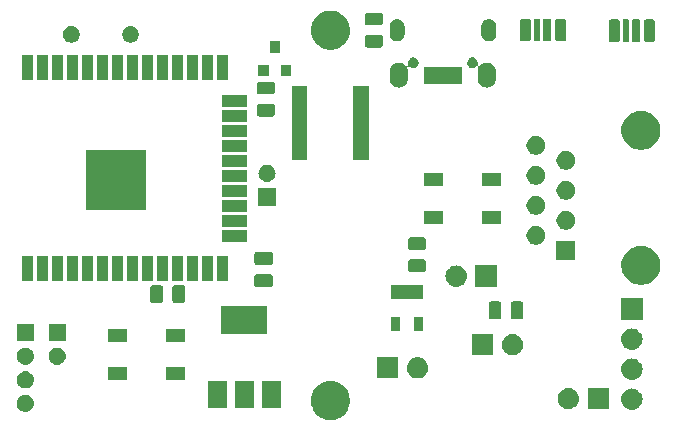
<source format=gbr>
G04 #@! TF.GenerationSoftware,KiCad,Pcbnew,5.0.2+dfsg1-1*
G04 #@! TF.CreationDate,2021-06-22T16:41:51+02:00*
G04 #@! TF.ProjectId,MainBoard,4d61696e-426f-4617-9264-2e6b69636164,rev?*
G04 #@! TF.SameCoordinates,Original*
G04 #@! TF.FileFunction,Soldermask,Top*
G04 #@! TF.FilePolarity,Negative*
%FSLAX46Y46*%
G04 Gerber Fmt 4.6, Leading zero omitted, Abs format (unit mm)*
G04 Created by KiCad (PCBNEW 5.0.2+dfsg1-1) date Tue 22 Jun 2021 16:41:51 CEST*
%MOMM*%
%LPD*%
G01*
G04 APERTURE LIST*
%ADD10C,0.100000*%
G04 APERTURE END LIST*
D10*
G36*
X91359967Y-110771521D02*
X91540579Y-110807447D01*
X91841042Y-110931903D01*
X91994581Y-111034495D01*
X92111454Y-111112587D01*
X92341413Y-111342546D01*
X92341415Y-111342549D01*
X92522097Y-111612958D01*
X92646553Y-111913421D01*
X92667702Y-112019744D01*
X92710000Y-112232389D01*
X92710000Y-112557611D01*
X92667702Y-112770256D01*
X92646553Y-112876579D01*
X92573211Y-113053643D01*
X92535352Y-113145043D01*
X92522097Y-113177042D01*
X92403055Y-113355200D01*
X92341413Y-113447454D01*
X92111454Y-113677413D01*
X92111451Y-113677415D01*
X91841042Y-113858097D01*
X91540579Y-113982553D01*
X91434256Y-114003702D01*
X91221611Y-114046000D01*
X90896389Y-114046000D01*
X90683744Y-114003702D01*
X90577421Y-113982553D01*
X90276958Y-113858097D01*
X90006549Y-113677415D01*
X90006546Y-113677413D01*
X89776587Y-113447454D01*
X89714945Y-113355200D01*
X89595903Y-113177042D01*
X89582649Y-113145043D01*
X89544789Y-113053643D01*
X89471447Y-112876579D01*
X89450298Y-112770256D01*
X89408000Y-112557611D01*
X89408000Y-112232389D01*
X89450298Y-112019744D01*
X89471447Y-111913421D01*
X89595903Y-111612958D01*
X89776585Y-111342549D01*
X89776587Y-111342546D01*
X90006546Y-111112587D01*
X90123419Y-111034495D01*
X90276958Y-110931903D01*
X90577421Y-110807447D01*
X90758033Y-110771521D01*
X90896389Y-110744000D01*
X91221611Y-110744000D01*
X91359967Y-110771521D01*
X91359967Y-110771521D01*
G37*
G36*
X65284191Y-111905301D02*
X65369521Y-111913705D01*
X65506372Y-111955219D01*
X65506374Y-111955220D01*
X65506377Y-111955221D01*
X65632496Y-112022632D01*
X65743043Y-112113357D01*
X65833768Y-112223904D01*
X65901179Y-112350023D01*
X65901180Y-112350026D01*
X65901181Y-112350028D01*
X65942695Y-112486879D01*
X65956712Y-112629200D01*
X65942695Y-112771521D01*
X65901237Y-112908186D01*
X65901179Y-112908377D01*
X65833768Y-113034496D01*
X65743043Y-113145043D01*
X65632496Y-113235768D01*
X65506377Y-113303179D01*
X65506374Y-113303180D01*
X65506372Y-113303181D01*
X65369521Y-113344695D01*
X65284191Y-113353099D01*
X65262860Y-113355200D01*
X65191540Y-113355200D01*
X65170209Y-113353099D01*
X65084879Y-113344695D01*
X64948028Y-113303181D01*
X64948026Y-113303180D01*
X64948023Y-113303179D01*
X64821904Y-113235768D01*
X64711357Y-113145043D01*
X64620632Y-113034496D01*
X64553221Y-112908377D01*
X64553163Y-112908186D01*
X64511705Y-112771521D01*
X64497688Y-112629200D01*
X64511705Y-112486879D01*
X64553219Y-112350028D01*
X64553220Y-112350026D01*
X64553221Y-112350023D01*
X64620632Y-112223904D01*
X64711357Y-112113357D01*
X64821904Y-112022632D01*
X64948023Y-111955221D01*
X64948026Y-111955220D01*
X64948028Y-111955219D01*
X65084879Y-111913705D01*
X65170209Y-111905301D01*
X65191540Y-111903200D01*
X65262860Y-111903200D01*
X65284191Y-111905301D01*
X65284191Y-111905301D01*
G37*
G36*
X116696443Y-111373519D02*
X116762627Y-111380037D01*
X116875853Y-111414384D01*
X116932467Y-111431557D01*
X116993950Y-111464421D01*
X117088991Y-111515222D01*
X117124729Y-111544552D01*
X117226186Y-111627814D01*
X117297087Y-111714209D01*
X117338778Y-111765009D01*
X117338779Y-111765011D01*
X117422443Y-111921533D01*
X117422443Y-111921534D01*
X117473963Y-112091373D01*
X117491359Y-112268000D01*
X117473963Y-112444627D01*
X117439690Y-112557609D01*
X117422443Y-112614467D01*
X117348348Y-112753087D01*
X117338778Y-112770991D01*
X117309448Y-112806729D01*
X117226186Y-112908186D01*
X117124729Y-112991448D01*
X117088991Y-113020778D01*
X117088989Y-113020779D01*
X116932467Y-113104443D01*
X116887115Y-113118200D01*
X116762627Y-113155963D01*
X116696442Y-113162482D01*
X116630260Y-113169000D01*
X116541740Y-113169000D01*
X116475558Y-113162482D01*
X116409373Y-113155963D01*
X116284885Y-113118200D01*
X116239533Y-113104443D01*
X116083011Y-113020779D01*
X116083009Y-113020778D01*
X116047271Y-112991448D01*
X115945814Y-112908186D01*
X115862552Y-112806729D01*
X115833222Y-112770991D01*
X115823652Y-112753087D01*
X115749557Y-112614467D01*
X115732310Y-112557609D01*
X115698037Y-112444627D01*
X115680641Y-112268000D01*
X115698037Y-112091373D01*
X115749557Y-111921534D01*
X115749557Y-111921533D01*
X115833221Y-111765011D01*
X115833222Y-111765009D01*
X115874913Y-111714209D01*
X115945814Y-111627814D01*
X116047271Y-111544552D01*
X116083009Y-111515222D01*
X116178050Y-111464421D01*
X116239533Y-111431557D01*
X116296147Y-111414384D01*
X116409373Y-111380037D01*
X116475557Y-111373519D01*
X116541740Y-111367000D01*
X116630260Y-111367000D01*
X116696443Y-111373519D01*
X116696443Y-111373519D01*
G37*
G36*
X111311642Y-111322718D02*
X111377827Y-111329237D01*
X111491053Y-111363584D01*
X111547667Y-111380757D01*
X111686287Y-111454852D01*
X111704191Y-111464422D01*
X111739929Y-111493752D01*
X111841386Y-111577014D01*
X111924648Y-111678471D01*
X111953978Y-111714209D01*
X111953979Y-111714211D01*
X112037643Y-111870733D01*
X112050592Y-111913421D01*
X112089163Y-112040573D01*
X112106559Y-112217200D01*
X112089163Y-112393827D01*
X112073753Y-112444627D01*
X112037643Y-112563667D01*
X112010490Y-112614466D01*
X111953978Y-112720191D01*
X111924648Y-112755929D01*
X111841386Y-112857386D01*
X111779258Y-112908372D01*
X111704191Y-112969978D01*
X111704189Y-112969979D01*
X111547667Y-113053643D01*
X111491053Y-113070816D01*
X111377827Y-113105163D01*
X111311643Y-113111681D01*
X111245460Y-113118200D01*
X111156940Y-113118200D01*
X111090757Y-113111681D01*
X111024573Y-113105163D01*
X110911347Y-113070816D01*
X110854733Y-113053643D01*
X110698211Y-112969979D01*
X110698209Y-112969978D01*
X110623142Y-112908372D01*
X110561014Y-112857386D01*
X110477752Y-112755929D01*
X110448422Y-112720191D01*
X110391910Y-112614466D01*
X110364757Y-112563667D01*
X110328647Y-112444627D01*
X110313237Y-112393827D01*
X110295841Y-112217200D01*
X110313237Y-112040573D01*
X110351808Y-111913421D01*
X110364757Y-111870733D01*
X110448421Y-111714211D01*
X110448422Y-111714209D01*
X110477752Y-111678471D01*
X110561014Y-111577014D01*
X110662471Y-111493752D01*
X110698209Y-111464422D01*
X110716113Y-111454852D01*
X110854733Y-111380757D01*
X110911347Y-111363584D01*
X111024573Y-111329237D01*
X111090758Y-111322718D01*
X111156940Y-111316200D01*
X111245460Y-111316200D01*
X111311642Y-111322718D01*
X111311642Y-111322718D01*
G37*
G36*
X114642200Y-113118200D02*
X112840200Y-113118200D01*
X112840200Y-111316200D01*
X114642200Y-111316200D01*
X114642200Y-113118200D01*
X114642200Y-113118200D01*
G37*
G36*
X86870200Y-113013000D02*
X85268200Y-113013000D01*
X85268200Y-110711000D01*
X86870200Y-110711000D01*
X86870200Y-113013000D01*
X86870200Y-113013000D01*
G37*
G36*
X84570200Y-113013000D02*
X82968200Y-113013000D01*
X82968200Y-110711000D01*
X84570200Y-110711000D01*
X84570200Y-113013000D01*
X84570200Y-113013000D01*
G37*
G36*
X82270200Y-113013000D02*
X80668200Y-113013000D01*
X80668200Y-110711000D01*
X82270200Y-110711000D01*
X82270200Y-113013000D01*
X82270200Y-113013000D01*
G37*
G36*
X65277328Y-109904625D02*
X65369521Y-109913705D01*
X65506372Y-109955219D01*
X65506374Y-109955220D01*
X65506377Y-109955221D01*
X65632496Y-110022632D01*
X65743043Y-110113357D01*
X65833768Y-110223904D01*
X65901179Y-110350023D01*
X65901180Y-110350026D01*
X65901181Y-110350028D01*
X65942695Y-110486879D01*
X65956712Y-110629200D01*
X65942695Y-110771521D01*
X65901181Y-110908372D01*
X65901179Y-110908377D01*
X65833768Y-111034496D01*
X65743043Y-111145043D01*
X65632496Y-111235768D01*
X65506377Y-111303179D01*
X65506374Y-111303180D01*
X65506372Y-111303181D01*
X65369521Y-111344695D01*
X65284191Y-111353099D01*
X65262860Y-111355200D01*
X65191540Y-111355200D01*
X65170209Y-111353099D01*
X65084879Y-111344695D01*
X64948028Y-111303181D01*
X64948026Y-111303180D01*
X64948023Y-111303179D01*
X64821904Y-111235768D01*
X64711357Y-111145043D01*
X64620632Y-111034496D01*
X64553221Y-110908377D01*
X64553219Y-110908372D01*
X64511705Y-110771521D01*
X64497688Y-110629200D01*
X64511705Y-110486879D01*
X64553219Y-110350028D01*
X64553220Y-110350026D01*
X64553221Y-110350023D01*
X64620632Y-110223904D01*
X64711357Y-110113357D01*
X64821904Y-110022632D01*
X64948023Y-109955221D01*
X64948026Y-109955220D01*
X64948028Y-109955219D01*
X65084879Y-109913705D01*
X65177072Y-109904625D01*
X65191540Y-109903200D01*
X65262860Y-109903200D01*
X65277328Y-109904625D01*
X65277328Y-109904625D01*
G37*
G36*
X78752500Y-110672500D02*
X77150500Y-110672500D01*
X77150500Y-109570500D01*
X78752500Y-109570500D01*
X78752500Y-110672500D01*
X78752500Y-110672500D01*
G37*
G36*
X73852500Y-110672500D02*
X72250500Y-110672500D01*
X72250500Y-109570500D01*
X73852500Y-109570500D01*
X73852500Y-110672500D01*
X73852500Y-110672500D01*
G37*
G36*
X116696443Y-108833519D02*
X116762627Y-108840037D01*
X116875853Y-108874384D01*
X116932467Y-108891557D01*
X117062036Y-108960814D01*
X117088991Y-108975222D01*
X117124729Y-109004552D01*
X117226186Y-109087814D01*
X117309448Y-109189271D01*
X117338778Y-109225009D01*
X117338779Y-109225011D01*
X117422443Y-109381533D01*
X117422443Y-109381534D01*
X117473963Y-109551373D01*
X117491359Y-109728000D01*
X117473963Y-109904627D01*
X117439616Y-110017853D01*
X117422443Y-110074467D01*
X117348348Y-110213087D01*
X117338778Y-110230991D01*
X117330411Y-110241186D01*
X117226186Y-110368186D01*
X117124729Y-110451448D01*
X117088991Y-110480778D01*
X117088989Y-110480779D01*
X116932467Y-110564443D01*
X116875853Y-110581616D01*
X116762627Y-110615963D01*
X116696442Y-110622482D01*
X116630260Y-110629000D01*
X116541740Y-110629000D01*
X116475558Y-110622482D01*
X116409373Y-110615963D01*
X116296147Y-110581616D01*
X116239533Y-110564443D01*
X116083011Y-110480779D01*
X116083009Y-110480778D01*
X116047271Y-110451448D01*
X115945814Y-110368186D01*
X115841589Y-110241186D01*
X115833222Y-110230991D01*
X115823652Y-110213087D01*
X115749557Y-110074467D01*
X115732384Y-110017853D01*
X115698037Y-109904627D01*
X115680641Y-109728000D01*
X115698037Y-109551373D01*
X115749557Y-109381534D01*
X115749557Y-109381533D01*
X115833221Y-109225011D01*
X115833222Y-109225009D01*
X115862552Y-109189271D01*
X115945814Y-109087814D01*
X116047271Y-109004552D01*
X116083009Y-108975222D01*
X116109964Y-108960814D01*
X116239533Y-108891557D01*
X116296147Y-108874384D01*
X116409373Y-108840037D01*
X116475557Y-108833519D01*
X116541740Y-108827000D01*
X116630260Y-108827000D01*
X116696443Y-108833519D01*
X116696443Y-108833519D01*
G37*
G36*
X96786000Y-110502000D02*
X94984000Y-110502000D01*
X94984000Y-108700000D01*
X96786000Y-108700000D01*
X96786000Y-110502000D01*
X96786000Y-110502000D01*
G37*
G36*
X98535443Y-108706519D02*
X98601627Y-108713037D01*
X98714853Y-108747384D01*
X98771467Y-108764557D01*
X98888288Y-108827000D01*
X98927991Y-108848222D01*
X98963729Y-108877552D01*
X99065186Y-108960814D01*
X99125654Y-109034496D01*
X99177778Y-109098009D01*
X99177779Y-109098011D01*
X99261443Y-109254533D01*
X99261443Y-109254534D01*
X99312963Y-109424373D01*
X99330359Y-109601000D01*
X99312963Y-109777627D01*
X99278616Y-109890853D01*
X99261443Y-109947467D01*
X99257299Y-109955219D01*
X99177778Y-110103991D01*
X99170091Y-110113357D01*
X99065186Y-110241186D01*
X98963729Y-110324448D01*
X98927991Y-110353778D01*
X98927989Y-110353779D01*
X98771467Y-110437443D01*
X98714853Y-110454616D01*
X98601627Y-110488963D01*
X98535443Y-110495481D01*
X98469260Y-110502000D01*
X98380740Y-110502000D01*
X98314557Y-110495481D01*
X98248373Y-110488963D01*
X98135147Y-110454616D01*
X98078533Y-110437443D01*
X97922011Y-110353779D01*
X97922009Y-110353778D01*
X97886271Y-110324448D01*
X97784814Y-110241186D01*
X97679909Y-110113357D01*
X97672222Y-110103991D01*
X97592701Y-109955219D01*
X97588557Y-109947467D01*
X97571384Y-109890853D01*
X97537037Y-109777627D01*
X97519641Y-109601000D01*
X97537037Y-109424373D01*
X97588557Y-109254534D01*
X97588557Y-109254533D01*
X97672221Y-109098011D01*
X97672222Y-109098009D01*
X97724346Y-109034496D01*
X97784814Y-108960814D01*
X97886271Y-108877552D01*
X97922009Y-108848222D01*
X97961712Y-108827000D01*
X98078533Y-108764557D01*
X98135147Y-108747384D01*
X98248373Y-108713037D01*
X98314557Y-108706519D01*
X98380740Y-108700000D01*
X98469260Y-108700000D01*
X98535443Y-108706519D01*
X98535443Y-108706519D01*
G37*
G36*
X65284191Y-107905301D02*
X65369521Y-107913705D01*
X65506372Y-107955219D01*
X65506374Y-107955220D01*
X65506377Y-107955221D01*
X65632496Y-108022632D01*
X65743043Y-108113357D01*
X65833768Y-108223904D01*
X65901179Y-108350023D01*
X65901180Y-108350026D01*
X65901181Y-108350028D01*
X65942695Y-108486879D01*
X65956712Y-108629200D01*
X65942695Y-108771521D01*
X65901181Y-108908372D01*
X65901179Y-108908377D01*
X65833768Y-109034496D01*
X65743043Y-109145043D01*
X65632496Y-109235768D01*
X65506377Y-109303179D01*
X65506374Y-109303180D01*
X65506372Y-109303181D01*
X65369521Y-109344695D01*
X65284191Y-109353099D01*
X65262860Y-109355200D01*
X65191540Y-109355200D01*
X65170209Y-109353099D01*
X65084879Y-109344695D01*
X64948028Y-109303181D01*
X64948026Y-109303180D01*
X64948023Y-109303179D01*
X64821904Y-109235768D01*
X64711357Y-109145043D01*
X64620632Y-109034496D01*
X64553221Y-108908377D01*
X64553219Y-108908372D01*
X64511705Y-108771521D01*
X64497688Y-108629200D01*
X64511705Y-108486879D01*
X64553219Y-108350028D01*
X64553220Y-108350026D01*
X64553221Y-108350023D01*
X64620632Y-108223904D01*
X64711357Y-108113357D01*
X64821904Y-108022632D01*
X64948023Y-107955221D01*
X64948026Y-107955220D01*
X64948028Y-107955219D01*
X65084879Y-107913705D01*
X65170209Y-107905301D01*
X65191540Y-107903200D01*
X65262860Y-107903200D01*
X65284191Y-107905301D01*
X65284191Y-107905301D01*
G37*
G36*
X67976591Y-107905301D02*
X68061921Y-107913705D01*
X68198772Y-107955219D01*
X68198774Y-107955220D01*
X68198777Y-107955221D01*
X68324896Y-108022632D01*
X68435443Y-108113357D01*
X68526168Y-108223904D01*
X68593579Y-108350023D01*
X68593580Y-108350026D01*
X68593581Y-108350028D01*
X68635095Y-108486879D01*
X68649112Y-108629200D01*
X68635095Y-108771521D01*
X68593581Y-108908372D01*
X68593579Y-108908377D01*
X68526168Y-109034496D01*
X68435443Y-109145043D01*
X68324896Y-109235768D01*
X68198777Y-109303179D01*
X68198774Y-109303180D01*
X68198772Y-109303181D01*
X68061921Y-109344695D01*
X67976591Y-109353099D01*
X67955260Y-109355200D01*
X67883940Y-109355200D01*
X67862609Y-109353099D01*
X67777279Y-109344695D01*
X67640428Y-109303181D01*
X67640426Y-109303180D01*
X67640423Y-109303179D01*
X67514304Y-109235768D01*
X67403757Y-109145043D01*
X67313032Y-109034496D01*
X67245621Y-108908377D01*
X67245619Y-108908372D01*
X67204105Y-108771521D01*
X67190088Y-108629200D01*
X67204105Y-108486879D01*
X67245619Y-108350028D01*
X67245620Y-108350026D01*
X67245621Y-108350023D01*
X67313032Y-108223904D01*
X67403757Y-108113357D01*
X67514304Y-108022632D01*
X67640423Y-107955221D01*
X67640426Y-107955220D01*
X67640428Y-107955219D01*
X67777279Y-107913705D01*
X67862609Y-107905301D01*
X67883940Y-107903200D01*
X67955260Y-107903200D01*
X67976591Y-107905301D01*
X67976591Y-107905301D01*
G37*
G36*
X106587242Y-106750718D02*
X106653427Y-106757237D01*
X106766653Y-106791584D01*
X106823267Y-106808757D01*
X106961887Y-106882852D01*
X106979791Y-106892422D01*
X107015529Y-106921752D01*
X107116986Y-107005014D01*
X107200248Y-107106471D01*
X107229578Y-107142209D01*
X107229579Y-107142211D01*
X107313243Y-107298733D01*
X107313243Y-107298734D01*
X107364763Y-107468573D01*
X107382159Y-107645200D01*
X107364763Y-107821827D01*
X107340079Y-107903200D01*
X107313243Y-107991667D01*
X107248197Y-108113357D01*
X107229578Y-108148191D01*
X107200248Y-108183929D01*
X107116986Y-108285386D01*
X107038224Y-108350023D01*
X106979791Y-108397978D01*
X106979789Y-108397979D01*
X106823267Y-108481643D01*
X106766653Y-108498816D01*
X106653427Y-108533163D01*
X106587243Y-108539681D01*
X106521060Y-108546200D01*
X106432540Y-108546200D01*
X106366357Y-108539681D01*
X106300173Y-108533163D01*
X106186947Y-108498816D01*
X106130333Y-108481643D01*
X105973811Y-108397979D01*
X105973809Y-108397978D01*
X105915376Y-108350023D01*
X105836614Y-108285386D01*
X105753352Y-108183929D01*
X105724022Y-108148191D01*
X105705403Y-108113357D01*
X105640357Y-107991667D01*
X105613521Y-107903200D01*
X105588837Y-107821827D01*
X105571441Y-107645200D01*
X105588837Y-107468573D01*
X105640357Y-107298734D01*
X105640357Y-107298733D01*
X105724021Y-107142211D01*
X105724022Y-107142209D01*
X105753352Y-107106471D01*
X105836614Y-107005014D01*
X105938071Y-106921752D01*
X105973809Y-106892422D01*
X105991713Y-106882852D01*
X106130333Y-106808757D01*
X106186947Y-106791584D01*
X106300173Y-106757237D01*
X106366358Y-106750718D01*
X106432540Y-106744200D01*
X106521060Y-106744200D01*
X106587242Y-106750718D01*
X106587242Y-106750718D01*
G37*
G36*
X104837800Y-108546200D02*
X103035800Y-108546200D01*
X103035800Y-106744200D01*
X104837800Y-106744200D01*
X104837800Y-108546200D01*
X104837800Y-108546200D01*
G37*
G36*
X116696442Y-106293518D02*
X116762627Y-106300037D01*
X116875853Y-106334384D01*
X116932467Y-106351557D01*
X116967906Y-106370500D01*
X117088991Y-106435222D01*
X117124729Y-106464552D01*
X117226186Y-106547814D01*
X117309448Y-106649271D01*
X117338778Y-106685009D01*
X117338779Y-106685011D01*
X117422443Y-106841533D01*
X117422443Y-106841534D01*
X117473963Y-107011373D01*
X117491359Y-107188000D01*
X117473963Y-107364627D01*
X117442431Y-107468573D01*
X117422443Y-107534467D01*
X117363254Y-107645200D01*
X117338778Y-107690991D01*
X117309448Y-107726729D01*
X117226186Y-107828186D01*
X117134780Y-107903200D01*
X117088991Y-107940778D01*
X117088989Y-107940779D01*
X116932467Y-108024443D01*
X116875853Y-108041616D01*
X116762627Y-108075963D01*
X116696442Y-108082482D01*
X116630260Y-108089000D01*
X116541740Y-108089000D01*
X116475558Y-108082482D01*
X116409373Y-108075963D01*
X116296147Y-108041616D01*
X116239533Y-108024443D01*
X116083011Y-107940779D01*
X116083009Y-107940778D01*
X116037220Y-107903200D01*
X115945814Y-107828186D01*
X115862552Y-107726729D01*
X115833222Y-107690991D01*
X115808746Y-107645200D01*
X115749557Y-107534467D01*
X115729569Y-107468573D01*
X115698037Y-107364627D01*
X115680641Y-107188000D01*
X115698037Y-107011373D01*
X115749557Y-106841534D01*
X115749557Y-106841533D01*
X115833221Y-106685011D01*
X115833222Y-106685009D01*
X115862552Y-106649271D01*
X115945814Y-106547814D01*
X116047271Y-106464552D01*
X116083009Y-106435222D01*
X116204094Y-106370500D01*
X116239533Y-106351557D01*
X116296147Y-106334384D01*
X116409373Y-106300037D01*
X116475558Y-106293518D01*
X116541740Y-106287000D01*
X116630260Y-106287000D01*
X116696442Y-106293518D01*
X116696442Y-106293518D01*
G37*
G36*
X78752500Y-107472500D02*
X77150500Y-107472500D01*
X77150500Y-106370500D01*
X78752500Y-106370500D01*
X78752500Y-107472500D01*
X78752500Y-107472500D01*
G37*
G36*
X73852500Y-107472500D02*
X72250500Y-107472500D01*
X72250500Y-106370500D01*
X73852500Y-106370500D01*
X73852500Y-107472500D01*
X73852500Y-107472500D01*
G37*
G36*
X65953200Y-107355200D02*
X64501200Y-107355200D01*
X64501200Y-105903200D01*
X65953200Y-105903200D01*
X65953200Y-107355200D01*
X65953200Y-107355200D01*
G37*
G36*
X68645600Y-107355200D02*
X67193600Y-107355200D01*
X67193600Y-105903200D01*
X68645600Y-105903200D01*
X68645600Y-107355200D01*
X68645600Y-107355200D01*
G37*
G36*
X85720200Y-106713000D02*
X81818200Y-106713000D01*
X81818200Y-104411000D01*
X85720200Y-104411000D01*
X85720200Y-106713000D01*
X85720200Y-106713000D01*
G37*
G36*
X96956000Y-106466000D02*
X96216000Y-106466000D01*
X96216000Y-105276000D01*
X96956000Y-105276000D01*
X96956000Y-106466000D01*
X96956000Y-106466000D01*
G37*
G36*
X98856000Y-106466000D02*
X98116000Y-106466000D01*
X98116000Y-105276000D01*
X98856000Y-105276000D01*
X98856000Y-106466000D01*
X98856000Y-106466000D01*
G37*
G36*
X117487000Y-105549000D02*
X115685000Y-105549000D01*
X115685000Y-103747000D01*
X117487000Y-103747000D01*
X117487000Y-105549000D01*
X117487000Y-105549000D01*
G37*
G36*
X105352466Y-104003165D02*
X105391137Y-104014896D01*
X105426779Y-104033948D01*
X105458017Y-104059583D01*
X105483652Y-104090821D01*
X105502704Y-104126463D01*
X105514435Y-104165134D01*
X105519000Y-104211488D01*
X105519000Y-105287712D01*
X105514435Y-105334066D01*
X105502704Y-105372737D01*
X105483652Y-105408379D01*
X105458017Y-105439617D01*
X105426779Y-105465252D01*
X105391137Y-105484304D01*
X105352466Y-105496035D01*
X105306112Y-105500600D01*
X104654888Y-105500600D01*
X104608534Y-105496035D01*
X104569863Y-105484304D01*
X104534221Y-105465252D01*
X104502983Y-105439617D01*
X104477348Y-105408379D01*
X104458296Y-105372737D01*
X104446565Y-105334066D01*
X104442000Y-105287712D01*
X104442000Y-104211488D01*
X104446565Y-104165134D01*
X104458296Y-104126463D01*
X104477348Y-104090821D01*
X104502983Y-104059583D01*
X104534221Y-104033948D01*
X104569863Y-104014896D01*
X104608534Y-104003165D01*
X104654888Y-103998600D01*
X105306112Y-103998600D01*
X105352466Y-104003165D01*
X105352466Y-104003165D01*
G37*
G36*
X107227466Y-104003165D02*
X107266137Y-104014896D01*
X107301779Y-104033948D01*
X107333017Y-104059583D01*
X107358652Y-104090821D01*
X107377704Y-104126463D01*
X107389435Y-104165134D01*
X107394000Y-104211488D01*
X107394000Y-105287712D01*
X107389435Y-105334066D01*
X107377704Y-105372737D01*
X107358652Y-105408379D01*
X107333017Y-105439617D01*
X107301779Y-105465252D01*
X107266137Y-105484304D01*
X107227466Y-105496035D01*
X107181112Y-105500600D01*
X106529888Y-105500600D01*
X106483534Y-105496035D01*
X106444863Y-105484304D01*
X106409221Y-105465252D01*
X106377983Y-105439617D01*
X106352348Y-105408379D01*
X106333296Y-105372737D01*
X106321565Y-105334066D01*
X106317000Y-105287712D01*
X106317000Y-104211488D01*
X106321565Y-104165134D01*
X106333296Y-104126463D01*
X106352348Y-104090821D01*
X106377983Y-104059583D01*
X106409221Y-104033948D01*
X106444863Y-104014896D01*
X106483534Y-104003165D01*
X106529888Y-103998600D01*
X107181112Y-103998600D01*
X107227466Y-104003165D01*
X107227466Y-104003165D01*
G37*
G36*
X76713966Y-102631565D02*
X76752637Y-102643296D01*
X76788279Y-102662348D01*
X76819517Y-102687983D01*
X76845152Y-102719221D01*
X76864204Y-102754863D01*
X76875935Y-102793534D01*
X76880500Y-102839888D01*
X76880500Y-103916112D01*
X76875935Y-103962466D01*
X76864204Y-104001137D01*
X76845152Y-104036779D01*
X76819517Y-104068017D01*
X76788279Y-104093652D01*
X76752637Y-104112704D01*
X76713966Y-104124435D01*
X76667612Y-104129000D01*
X76016388Y-104129000D01*
X75970034Y-104124435D01*
X75931363Y-104112704D01*
X75895721Y-104093652D01*
X75864483Y-104068017D01*
X75838848Y-104036779D01*
X75819796Y-104001137D01*
X75808065Y-103962466D01*
X75803500Y-103916112D01*
X75803500Y-102839888D01*
X75808065Y-102793534D01*
X75819796Y-102754863D01*
X75838848Y-102719221D01*
X75864483Y-102687983D01*
X75895721Y-102662348D01*
X75931363Y-102643296D01*
X75970034Y-102631565D01*
X76016388Y-102627000D01*
X76667612Y-102627000D01*
X76713966Y-102631565D01*
X76713966Y-102631565D01*
G37*
G36*
X78588966Y-102631565D02*
X78627637Y-102643296D01*
X78663279Y-102662348D01*
X78694517Y-102687983D01*
X78720152Y-102719221D01*
X78739204Y-102754863D01*
X78750935Y-102793534D01*
X78755500Y-102839888D01*
X78755500Y-103916112D01*
X78750935Y-103962466D01*
X78739204Y-104001137D01*
X78720152Y-104036779D01*
X78694517Y-104068017D01*
X78663279Y-104093652D01*
X78627637Y-104112704D01*
X78588966Y-104124435D01*
X78542612Y-104129000D01*
X77891388Y-104129000D01*
X77845034Y-104124435D01*
X77806363Y-104112704D01*
X77770721Y-104093652D01*
X77739483Y-104068017D01*
X77713848Y-104036779D01*
X77694796Y-104001137D01*
X77683065Y-103962466D01*
X77678500Y-103916112D01*
X77678500Y-102839888D01*
X77683065Y-102793534D01*
X77694796Y-102754863D01*
X77713848Y-102719221D01*
X77739483Y-102687983D01*
X77770721Y-102662348D01*
X77806363Y-102643296D01*
X77845034Y-102631565D01*
X77891388Y-102627000D01*
X78542612Y-102627000D01*
X78588966Y-102631565D01*
X78588966Y-102631565D01*
G37*
G36*
X98856000Y-103766000D02*
X96216000Y-103766000D01*
X96216000Y-102576000D01*
X98856000Y-102576000D01*
X98856000Y-103766000D01*
X98856000Y-103766000D01*
G37*
G36*
X85999233Y-101698886D02*
X86039081Y-101710974D01*
X86075801Y-101730601D01*
X86107986Y-101757014D01*
X86134399Y-101789199D01*
X86154026Y-101825919D01*
X86166114Y-101865767D01*
X86170800Y-101913341D01*
X86170800Y-102577059D01*
X86166114Y-102624633D01*
X86154026Y-102664481D01*
X86134399Y-102701201D01*
X86107986Y-102733386D01*
X86075801Y-102759799D01*
X86039081Y-102779426D01*
X85999233Y-102791514D01*
X85951659Y-102796200D01*
X84837941Y-102796200D01*
X84790367Y-102791514D01*
X84750519Y-102779426D01*
X84713799Y-102759799D01*
X84681614Y-102733386D01*
X84655201Y-102701201D01*
X84635574Y-102664481D01*
X84623486Y-102624633D01*
X84618800Y-102577059D01*
X84618800Y-101913341D01*
X84623486Y-101865767D01*
X84635574Y-101825919D01*
X84655201Y-101789199D01*
X84681614Y-101757014D01*
X84713799Y-101730601D01*
X84750519Y-101710974D01*
X84790367Y-101698886D01*
X84837941Y-101694200D01*
X85951659Y-101694200D01*
X85999233Y-101698886D01*
X85999233Y-101698886D01*
G37*
G36*
X101812043Y-100959519D02*
X101878227Y-100966037D01*
X101991453Y-101000384D01*
X102048067Y-101017557D01*
X102186687Y-101091652D01*
X102204591Y-101101222D01*
X102240329Y-101130552D01*
X102341786Y-101213814D01*
X102402924Y-101288312D01*
X102454378Y-101351009D01*
X102454379Y-101351011D01*
X102538043Y-101507533D01*
X102538043Y-101507534D01*
X102589563Y-101677373D01*
X102606959Y-101854000D01*
X102589563Y-102030627D01*
X102555216Y-102143853D01*
X102538043Y-102200467D01*
X102526526Y-102222013D01*
X102454378Y-102356991D01*
X102425048Y-102392729D01*
X102341786Y-102494186D01*
X102243986Y-102574447D01*
X102204591Y-102606778D01*
X102204589Y-102606779D01*
X102048067Y-102690443D01*
X102012602Y-102701201D01*
X101878227Y-102741963D01*
X101830506Y-102746663D01*
X101745860Y-102755000D01*
X101657340Y-102755000D01*
X101572694Y-102746663D01*
X101524973Y-102741963D01*
X101390598Y-102701201D01*
X101355133Y-102690443D01*
X101198611Y-102606779D01*
X101198609Y-102606778D01*
X101159214Y-102574447D01*
X101061414Y-102494186D01*
X100978152Y-102392729D01*
X100948822Y-102356991D01*
X100876674Y-102222013D01*
X100865157Y-102200467D01*
X100847984Y-102143853D01*
X100813637Y-102030627D01*
X100796241Y-101854000D01*
X100813637Y-101677373D01*
X100865157Y-101507534D01*
X100865157Y-101507533D01*
X100948821Y-101351011D01*
X100948822Y-101351009D01*
X101000276Y-101288312D01*
X101061414Y-101213814D01*
X101162871Y-101130552D01*
X101198609Y-101101222D01*
X101216513Y-101091652D01*
X101355133Y-101017557D01*
X101411747Y-101000384D01*
X101524973Y-100966037D01*
X101591158Y-100959518D01*
X101657340Y-100953000D01*
X101745860Y-100953000D01*
X101812043Y-100959519D01*
X101812043Y-100959519D01*
G37*
G36*
X105142600Y-102755000D02*
X103340600Y-102755000D01*
X103340600Y-100953000D01*
X105142600Y-100953000D01*
X105142600Y-102755000D01*
X105142600Y-102755000D01*
G37*
G36*
X117723256Y-99330898D02*
X117829579Y-99352047D01*
X118042037Y-99440050D01*
X118090172Y-99459988D01*
X118130042Y-99476503D01*
X118286167Y-99580823D01*
X118400454Y-99657187D01*
X118630413Y-99887146D01*
X118630415Y-99887149D01*
X118811097Y-100157558D01*
X118935553Y-100458021D01*
X118938055Y-100470600D01*
X118999000Y-100776989D01*
X118999000Y-101102211D01*
X118961982Y-101288312D01*
X118935553Y-101421179D01*
X118847550Y-101633637D01*
X118813778Y-101715171D01*
X118811097Y-101721642D01*
X118632820Y-101988452D01*
X118630413Y-101992054D01*
X118400454Y-102222013D01*
X118400451Y-102222015D01*
X118130042Y-102402697D01*
X117829579Y-102527153D01*
X117723256Y-102548302D01*
X117510611Y-102590600D01*
X117185389Y-102590600D01*
X116972744Y-102548302D01*
X116866421Y-102527153D01*
X116565958Y-102402697D01*
X116295549Y-102222015D01*
X116295546Y-102222013D01*
X116065587Y-101992054D01*
X116063180Y-101988452D01*
X115884903Y-101721642D01*
X115882223Y-101715171D01*
X115848450Y-101633637D01*
X115760447Y-101421179D01*
X115734018Y-101288312D01*
X115697000Y-101102211D01*
X115697000Y-100776989D01*
X115757945Y-100470600D01*
X115760447Y-100458021D01*
X115884903Y-100157558D01*
X116065585Y-99887149D01*
X116065587Y-99887146D01*
X116295546Y-99657187D01*
X116409833Y-99580823D01*
X116565958Y-99476503D01*
X116605829Y-99459988D01*
X116653963Y-99440050D01*
X116866421Y-99352047D01*
X116972744Y-99330898D01*
X117185389Y-99288600D01*
X117510611Y-99288600D01*
X117723256Y-99330898D01*
X117723256Y-99330898D01*
G37*
G36*
X79876000Y-102261000D02*
X78874000Y-102261000D01*
X78874000Y-100159000D01*
X79876000Y-100159000D01*
X79876000Y-102261000D01*
X79876000Y-102261000D01*
G37*
G36*
X81146000Y-102261000D02*
X80144000Y-102261000D01*
X80144000Y-100159000D01*
X81146000Y-100159000D01*
X81146000Y-102261000D01*
X81146000Y-102261000D01*
G37*
G36*
X82416000Y-102261000D02*
X81414000Y-102261000D01*
X81414000Y-100159000D01*
X82416000Y-100159000D01*
X82416000Y-102261000D01*
X82416000Y-102261000D01*
G37*
G36*
X78606000Y-102261000D02*
X77604000Y-102261000D01*
X77604000Y-100159000D01*
X78606000Y-100159000D01*
X78606000Y-102261000D01*
X78606000Y-102261000D01*
G37*
G36*
X77336000Y-102261000D02*
X76334000Y-102261000D01*
X76334000Y-100159000D01*
X77336000Y-100159000D01*
X77336000Y-102261000D01*
X77336000Y-102261000D01*
G37*
G36*
X76066000Y-102261000D02*
X75064000Y-102261000D01*
X75064000Y-100159000D01*
X76066000Y-100159000D01*
X76066000Y-102261000D01*
X76066000Y-102261000D01*
G37*
G36*
X67176000Y-102261000D02*
X66174000Y-102261000D01*
X66174000Y-100159000D01*
X67176000Y-100159000D01*
X67176000Y-102261000D01*
X67176000Y-102261000D01*
G37*
G36*
X69716000Y-102261000D02*
X68714000Y-102261000D01*
X68714000Y-100159000D01*
X69716000Y-100159000D01*
X69716000Y-102261000D01*
X69716000Y-102261000D01*
G37*
G36*
X70986000Y-102261000D02*
X69984000Y-102261000D01*
X69984000Y-100159000D01*
X70986000Y-100159000D01*
X70986000Y-102261000D01*
X70986000Y-102261000D01*
G37*
G36*
X72256000Y-102261000D02*
X71254000Y-102261000D01*
X71254000Y-100159000D01*
X72256000Y-100159000D01*
X72256000Y-102261000D01*
X72256000Y-102261000D01*
G37*
G36*
X73526000Y-102261000D02*
X72524000Y-102261000D01*
X72524000Y-100159000D01*
X73526000Y-100159000D01*
X73526000Y-102261000D01*
X73526000Y-102261000D01*
G37*
G36*
X74796000Y-102261000D02*
X73794000Y-102261000D01*
X73794000Y-100159000D01*
X74796000Y-100159000D01*
X74796000Y-102261000D01*
X74796000Y-102261000D01*
G37*
G36*
X65906000Y-102261000D02*
X64904000Y-102261000D01*
X64904000Y-100159000D01*
X65906000Y-100159000D01*
X65906000Y-102261000D01*
X65906000Y-102261000D01*
G37*
G36*
X68446000Y-102261000D02*
X67444000Y-102261000D01*
X67444000Y-100159000D01*
X68446000Y-100159000D01*
X68446000Y-102261000D01*
X68446000Y-102261000D01*
G37*
G36*
X98971366Y-100428765D02*
X99010037Y-100440496D01*
X99045679Y-100459548D01*
X99076917Y-100485183D01*
X99102552Y-100516421D01*
X99121604Y-100552063D01*
X99133335Y-100590734D01*
X99137900Y-100637088D01*
X99137900Y-101288312D01*
X99133335Y-101334666D01*
X99121604Y-101373337D01*
X99102552Y-101408979D01*
X99076917Y-101440217D01*
X99045679Y-101465852D01*
X99010037Y-101484904D01*
X98971366Y-101496635D01*
X98925012Y-101501200D01*
X97848788Y-101501200D01*
X97802434Y-101496635D01*
X97763763Y-101484904D01*
X97728121Y-101465852D01*
X97696883Y-101440217D01*
X97671248Y-101408979D01*
X97652196Y-101373337D01*
X97640465Y-101334666D01*
X97635900Y-101288312D01*
X97635900Y-100637088D01*
X97640465Y-100590734D01*
X97652196Y-100552063D01*
X97671248Y-100516421D01*
X97696883Y-100485183D01*
X97728121Y-100459548D01*
X97763763Y-100440496D01*
X97802434Y-100428765D01*
X97848788Y-100424200D01*
X98925012Y-100424200D01*
X98971366Y-100428765D01*
X98971366Y-100428765D01*
G37*
G36*
X85999233Y-99798886D02*
X86039081Y-99810974D01*
X86075801Y-99830601D01*
X86107986Y-99857014D01*
X86134399Y-99889199D01*
X86154026Y-99925919D01*
X86166114Y-99965767D01*
X86170800Y-100013341D01*
X86170800Y-100677059D01*
X86166114Y-100724633D01*
X86154026Y-100764481D01*
X86134399Y-100801201D01*
X86107986Y-100833386D01*
X86075801Y-100859799D01*
X86039081Y-100879426D01*
X85999233Y-100891514D01*
X85951659Y-100896200D01*
X84837941Y-100896200D01*
X84790367Y-100891514D01*
X84750519Y-100879426D01*
X84713799Y-100859799D01*
X84681614Y-100833386D01*
X84655201Y-100801201D01*
X84635574Y-100764481D01*
X84623486Y-100724633D01*
X84618800Y-100677059D01*
X84618800Y-100013341D01*
X84623486Y-99965767D01*
X84635574Y-99925919D01*
X84655201Y-99889199D01*
X84681614Y-99857014D01*
X84713799Y-99830601D01*
X84750519Y-99810974D01*
X84790367Y-99798886D01*
X84837941Y-99794200D01*
X85951659Y-99794200D01*
X85999233Y-99798886D01*
X85999233Y-99798886D01*
G37*
G36*
X111799000Y-100470600D02*
X110197000Y-100470600D01*
X110197000Y-98868600D01*
X111799000Y-98868600D01*
X111799000Y-100470600D01*
X111799000Y-100470600D01*
G37*
G36*
X98971366Y-98553765D02*
X99010037Y-98565496D01*
X99045679Y-98584548D01*
X99076917Y-98610183D01*
X99102552Y-98641421D01*
X99121604Y-98677063D01*
X99133335Y-98715734D01*
X99137900Y-98762088D01*
X99137900Y-99413312D01*
X99133335Y-99459666D01*
X99121604Y-99498337D01*
X99102552Y-99533979D01*
X99076917Y-99565217D01*
X99045679Y-99590852D01*
X99010037Y-99609904D01*
X98971366Y-99621635D01*
X98925012Y-99626200D01*
X97848788Y-99626200D01*
X97802434Y-99621635D01*
X97763763Y-99609904D01*
X97728121Y-99590852D01*
X97696883Y-99565217D01*
X97671248Y-99533979D01*
X97652196Y-99498337D01*
X97640465Y-99459666D01*
X97635900Y-99413312D01*
X97635900Y-98762088D01*
X97640465Y-98715734D01*
X97652196Y-98677063D01*
X97671248Y-98641421D01*
X97696883Y-98610183D01*
X97728121Y-98584548D01*
X97763763Y-98565496D01*
X97802434Y-98553765D01*
X97848788Y-98549200D01*
X98925012Y-98549200D01*
X98971366Y-98553765D01*
X98971366Y-98553765D01*
G37*
G36*
X108691643Y-97629381D02*
X108837415Y-97689762D01*
X108968611Y-97777424D01*
X109080176Y-97888989D01*
X109167838Y-98020185D01*
X109228219Y-98165957D01*
X109259000Y-98320707D01*
X109259000Y-98478493D01*
X109228219Y-98633243D01*
X109167838Y-98779015D01*
X109080176Y-98910211D01*
X108968611Y-99021776D01*
X108837415Y-99109438D01*
X108691643Y-99169819D01*
X108536893Y-99200600D01*
X108379107Y-99200600D01*
X108224357Y-99169819D01*
X108078585Y-99109438D01*
X107947389Y-99021776D01*
X107835824Y-98910211D01*
X107748162Y-98779015D01*
X107687781Y-98633243D01*
X107657000Y-98478493D01*
X107657000Y-98320707D01*
X107687781Y-98165957D01*
X107748162Y-98020185D01*
X107835824Y-97888989D01*
X107947389Y-97777424D01*
X108078585Y-97689762D01*
X108224357Y-97629381D01*
X108379107Y-97598600D01*
X108536893Y-97598600D01*
X108691643Y-97629381D01*
X108691643Y-97629381D01*
G37*
G36*
X83966000Y-98926000D02*
X81864000Y-98926000D01*
X81864000Y-97924000D01*
X83966000Y-97924000D01*
X83966000Y-98926000D01*
X83966000Y-98926000D01*
G37*
G36*
X111231643Y-96359381D02*
X111377415Y-96419762D01*
X111508611Y-96507424D01*
X111620176Y-96618989D01*
X111707838Y-96750185D01*
X111768219Y-96895957D01*
X111799000Y-97050707D01*
X111799000Y-97208493D01*
X111768219Y-97363243D01*
X111707838Y-97509015D01*
X111620176Y-97640211D01*
X111508611Y-97751776D01*
X111377415Y-97839438D01*
X111231643Y-97899819D01*
X111076893Y-97930600D01*
X110919107Y-97930600D01*
X110764357Y-97899819D01*
X110618585Y-97839438D01*
X110487389Y-97751776D01*
X110375824Y-97640211D01*
X110288162Y-97509015D01*
X110227781Y-97363243D01*
X110197000Y-97208493D01*
X110197000Y-97050707D01*
X110227781Y-96895957D01*
X110288162Y-96750185D01*
X110375824Y-96618989D01*
X110487389Y-96507424D01*
X110618585Y-96419762D01*
X110764357Y-96359381D01*
X110919107Y-96328600D01*
X111076893Y-96328600D01*
X111231643Y-96359381D01*
X111231643Y-96359381D01*
G37*
G36*
X83966000Y-97656000D02*
X81864000Y-97656000D01*
X81864000Y-96654000D01*
X83966000Y-96654000D01*
X83966000Y-97656000D01*
X83966000Y-97656000D01*
G37*
G36*
X105486000Y-97401000D02*
X103884000Y-97401000D01*
X103884000Y-96299000D01*
X105486000Y-96299000D01*
X105486000Y-97401000D01*
X105486000Y-97401000D01*
G37*
G36*
X100586000Y-97401000D02*
X98984000Y-97401000D01*
X98984000Y-96299000D01*
X100586000Y-96299000D01*
X100586000Y-97401000D01*
X100586000Y-97401000D01*
G37*
G36*
X108691643Y-95089381D02*
X108837415Y-95149762D01*
X108968611Y-95237424D01*
X109080176Y-95348989D01*
X109167838Y-95480185D01*
X109228219Y-95625957D01*
X109259000Y-95780707D01*
X109259000Y-95938493D01*
X109228219Y-96093243D01*
X109167838Y-96239015D01*
X109080176Y-96370211D01*
X108968611Y-96481776D01*
X108837415Y-96569438D01*
X108691643Y-96629819D01*
X108536893Y-96660600D01*
X108379107Y-96660600D01*
X108224357Y-96629819D01*
X108078585Y-96569438D01*
X107947389Y-96481776D01*
X107835824Y-96370211D01*
X107748162Y-96239015D01*
X107687781Y-96093243D01*
X107657000Y-95938493D01*
X107657000Y-95780707D01*
X107687781Y-95625957D01*
X107748162Y-95480185D01*
X107835824Y-95348989D01*
X107947389Y-95237424D01*
X108078585Y-95149762D01*
X108224357Y-95089381D01*
X108379107Y-95058600D01*
X108536893Y-95058600D01*
X108691643Y-95089381D01*
X108691643Y-95089381D01*
G37*
G36*
X83966000Y-96386000D02*
X81864000Y-96386000D01*
X81864000Y-95384000D01*
X83966000Y-95384000D01*
X83966000Y-96386000D01*
X83966000Y-96386000D01*
G37*
G36*
X75456000Y-96261000D02*
X70354000Y-96261000D01*
X70354000Y-91159000D01*
X75456000Y-91159000D01*
X75456000Y-96261000D01*
X75456000Y-96261000D01*
G37*
G36*
X86412900Y-95874400D02*
X84960900Y-95874400D01*
X84960900Y-94422400D01*
X86412900Y-94422400D01*
X86412900Y-95874400D01*
X86412900Y-95874400D01*
G37*
G36*
X111231643Y-93819381D02*
X111377415Y-93879762D01*
X111508611Y-93967424D01*
X111620176Y-94078989D01*
X111707838Y-94210185D01*
X111768219Y-94355957D01*
X111799000Y-94510707D01*
X111799000Y-94668493D01*
X111768219Y-94823243D01*
X111707838Y-94969015D01*
X111620176Y-95100211D01*
X111508611Y-95211776D01*
X111377415Y-95299438D01*
X111231643Y-95359819D01*
X111076893Y-95390600D01*
X110919107Y-95390600D01*
X110764357Y-95359819D01*
X110618585Y-95299438D01*
X110487389Y-95211776D01*
X110375824Y-95100211D01*
X110288162Y-94969015D01*
X110227781Y-94823243D01*
X110197000Y-94668493D01*
X110197000Y-94510707D01*
X110227781Y-94355957D01*
X110288162Y-94210185D01*
X110375824Y-94078989D01*
X110487389Y-93967424D01*
X110618585Y-93879762D01*
X110764357Y-93819381D01*
X110919107Y-93788600D01*
X111076893Y-93788600D01*
X111231643Y-93819381D01*
X111231643Y-93819381D01*
G37*
G36*
X83966000Y-95116000D02*
X81864000Y-95116000D01*
X81864000Y-94114000D01*
X83966000Y-94114000D01*
X83966000Y-95116000D01*
X83966000Y-95116000D01*
G37*
G36*
X105486000Y-94201000D02*
X103884000Y-94201000D01*
X103884000Y-93099000D01*
X105486000Y-93099000D01*
X105486000Y-94201000D01*
X105486000Y-94201000D01*
G37*
G36*
X100586000Y-94201000D02*
X98984000Y-94201000D01*
X98984000Y-93099000D01*
X100586000Y-93099000D01*
X100586000Y-94201000D01*
X100586000Y-94201000D01*
G37*
G36*
X108691643Y-92549381D02*
X108837415Y-92609762D01*
X108968611Y-92697424D01*
X109080176Y-92808989D01*
X109167838Y-92940185D01*
X109228219Y-93085957D01*
X109259000Y-93240707D01*
X109259000Y-93398493D01*
X109228219Y-93553243D01*
X109167838Y-93699015D01*
X109080176Y-93830211D01*
X108968611Y-93941776D01*
X108837415Y-94029438D01*
X108691643Y-94089819D01*
X108536893Y-94120600D01*
X108379107Y-94120600D01*
X108224357Y-94089819D01*
X108078585Y-94029438D01*
X107947389Y-93941776D01*
X107835824Y-93830211D01*
X107748162Y-93699015D01*
X107687781Y-93553243D01*
X107657000Y-93398493D01*
X107657000Y-93240707D01*
X107687781Y-93085957D01*
X107748162Y-92940185D01*
X107835824Y-92808989D01*
X107947389Y-92697424D01*
X108078585Y-92609762D01*
X108224357Y-92549381D01*
X108379107Y-92518600D01*
X108536893Y-92518600D01*
X108691643Y-92549381D01*
X108691643Y-92549381D01*
G37*
G36*
X85743891Y-92424501D02*
X85829221Y-92432905D01*
X85966072Y-92474419D01*
X85966074Y-92474420D01*
X85966077Y-92474421D01*
X86092196Y-92541832D01*
X86202743Y-92632557D01*
X86293468Y-92743104D01*
X86360879Y-92869223D01*
X86360880Y-92869226D01*
X86360881Y-92869228D01*
X86402395Y-93006079D01*
X86416412Y-93148400D01*
X86402395Y-93290721D01*
X86369702Y-93398492D01*
X86360879Y-93427577D01*
X86293468Y-93553696D01*
X86202743Y-93664243D01*
X86092196Y-93754968D01*
X85966077Y-93822379D01*
X85966074Y-93822380D01*
X85966072Y-93822381D01*
X85829221Y-93863895D01*
X85743891Y-93872299D01*
X85722560Y-93874400D01*
X85651240Y-93874400D01*
X85629909Y-93872299D01*
X85544579Y-93863895D01*
X85407728Y-93822381D01*
X85407726Y-93822380D01*
X85407723Y-93822379D01*
X85281604Y-93754968D01*
X85171057Y-93664243D01*
X85080332Y-93553696D01*
X85012921Y-93427577D01*
X85004098Y-93398492D01*
X84971405Y-93290721D01*
X84957388Y-93148400D01*
X84971405Y-93006079D01*
X85012919Y-92869228D01*
X85012920Y-92869226D01*
X85012921Y-92869223D01*
X85080332Y-92743104D01*
X85171057Y-92632557D01*
X85281604Y-92541832D01*
X85407723Y-92474421D01*
X85407726Y-92474420D01*
X85407728Y-92474419D01*
X85544579Y-92432905D01*
X85629909Y-92424501D01*
X85651240Y-92422400D01*
X85722560Y-92422400D01*
X85743891Y-92424501D01*
X85743891Y-92424501D01*
G37*
G36*
X83966000Y-93846000D02*
X81864000Y-93846000D01*
X81864000Y-92844000D01*
X83966000Y-92844000D01*
X83966000Y-93846000D01*
X83966000Y-93846000D01*
G37*
G36*
X111231643Y-91279381D02*
X111377415Y-91339762D01*
X111508611Y-91427424D01*
X111620176Y-91538989D01*
X111707838Y-91670185D01*
X111768219Y-91815957D01*
X111799000Y-91970707D01*
X111799000Y-92128493D01*
X111768219Y-92283243D01*
X111707838Y-92429015D01*
X111620176Y-92560211D01*
X111508611Y-92671776D01*
X111377415Y-92759438D01*
X111231643Y-92819819D01*
X111076893Y-92850600D01*
X110919107Y-92850600D01*
X110764357Y-92819819D01*
X110618585Y-92759438D01*
X110487389Y-92671776D01*
X110375824Y-92560211D01*
X110288162Y-92429015D01*
X110227781Y-92283243D01*
X110197000Y-92128493D01*
X110197000Y-91970707D01*
X110227781Y-91815957D01*
X110288162Y-91670185D01*
X110375824Y-91538989D01*
X110487389Y-91427424D01*
X110618585Y-91339762D01*
X110764357Y-91279381D01*
X110919107Y-91248600D01*
X111076893Y-91248600D01*
X111231643Y-91279381D01*
X111231643Y-91279381D01*
G37*
G36*
X83966000Y-92576000D02*
X81864000Y-92576000D01*
X81864000Y-91574000D01*
X83966000Y-91574000D01*
X83966000Y-92576000D01*
X83966000Y-92576000D01*
G37*
G36*
X94310000Y-92008500D02*
X93008000Y-92008500D01*
X93008000Y-85791500D01*
X94310000Y-85791500D01*
X94310000Y-92008500D01*
X94310000Y-92008500D01*
G37*
G36*
X89110000Y-92008500D02*
X87808000Y-92008500D01*
X87808000Y-85791500D01*
X89110000Y-85791500D01*
X89110000Y-92008500D01*
X89110000Y-92008500D01*
G37*
G36*
X108691643Y-90009381D02*
X108837415Y-90069762D01*
X108968611Y-90157424D01*
X109080176Y-90268989D01*
X109167838Y-90400185D01*
X109228219Y-90545957D01*
X109259000Y-90700707D01*
X109259000Y-90858493D01*
X109228219Y-91013243D01*
X109167838Y-91159015D01*
X109080176Y-91290211D01*
X108968611Y-91401776D01*
X108837415Y-91489438D01*
X108691643Y-91549819D01*
X108536893Y-91580600D01*
X108379107Y-91580600D01*
X108224357Y-91549819D01*
X108078585Y-91489438D01*
X107947389Y-91401776D01*
X107835824Y-91290211D01*
X107748162Y-91159015D01*
X107687781Y-91013243D01*
X107657000Y-90858493D01*
X107657000Y-90700707D01*
X107687781Y-90545957D01*
X107748162Y-90400185D01*
X107835824Y-90268989D01*
X107947389Y-90157424D01*
X108078585Y-90069762D01*
X108224357Y-90009381D01*
X108379107Y-89978600D01*
X108536893Y-89978600D01*
X108691643Y-90009381D01*
X108691643Y-90009381D01*
G37*
G36*
X83966000Y-91306000D02*
X81864000Y-91306000D01*
X81864000Y-90304000D01*
X83966000Y-90304000D01*
X83966000Y-91306000D01*
X83966000Y-91306000D01*
G37*
G36*
X117723256Y-87900898D02*
X117829579Y-87922047D01*
X118130042Y-88046503D01*
X118250930Y-88127278D01*
X118400454Y-88227187D01*
X118630413Y-88457146D01*
X118630415Y-88457149D01*
X118811097Y-88727558D01*
X118935553Y-89028021D01*
X118999000Y-89346991D01*
X118999000Y-89672209D01*
X118935553Y-89991179D01*
X118811097Y-90291642D01*
X118641169Y-90545957D01*
X118630413Y-90562054D01*
X118400454Y-90792013D01*
X118400451Y-90792015D01*
X118130042Y-90972697D01*
X117829579Y-91097153D01*
X117723256Y-91118302D01*
X117510611Y-91160600D01*
X117185389Y-91160600D01*
X116972744Y-91118302D01*
X116866421Y-91097153D01*
X116565958Y-90972697D01*
X116295549Y-90792015D01*
X116295546Y-90792013D01*
X116065587Y-90562054D01*
X116054831Y-90545957D01*
X115884903Y-90291642D01*
X115760447Y-89991179D01*
X115697000Y-89672209D01*
X115697000Y-89346991D01*
X115760447Y-89028021D01*
X115884903Y-88727558D01*
X116065585Y-88457149D01*
X116065587Y-88457146D01*
X116295546Y-88227187D01*
X116445070Y-88127278D01*
X116565958Y-88046503D01*
X116866421Y-87922047D01*
X116972744Y-87900898D01*
X117185389Y-87858600D01*
X117510611Y-87858600D01*
X117723256Y-87900898D01*
X117723256Y-87900898D01*
G37*
G36*
X83966000Y-90036000D02*
X81864000Y-90036000D01*
X81864000Y-89034000D01*
X83966000Y-89034000D01*
X83966000Y-90036000D01*
X83966000Y-90036000D01*
G37*
G36*
X83966000Y-88766000D02*
X81864000Y-88766000D01*
X81864000Y-87764000D01*
X83966000Y-87764000D01*
X83966000Y-88766000D01*
X83966000Y-88766000D01*
G37*
G36*
X86182466Y-87271565D02*
X86221137Y-87283296D01*
X86256779Y-87302348D01*
X86288017Y-87327983D01*
X86313652Y-87359221D01*
X86332704Y-87394863D01*
X86344435Y-87433534D01*
X86349000Y-87479888D01*
X86349000Y-88131112D01*
X86344435Y-88177466D01*
X86332704Y-88216137D01*
X86313652Y-88251779D01*
X86288017Y-88283017D01*
X86256779Y-88308652D01*
X86221137Y-88327704D01*
X86182466Y-88339435D01*
X86136112Y-88344000D01*
X85059888Y-88344000D01*
X85013534Y-88339435D01*
X84974863Y-88327704D01*
X84939221Y-88308652D01*
X84907983Y-88283017D01*
X84882348Y-88251779D01*
X84863296Y-88216137D01*
X84851565Y-88177466D01*
X84847000Y-88131112D01*
X84847000Y-87479888D01*
X84851565Y-87433534D01*
X84863296Y-87394863D01*
X84882348Y-87359221D01*
X84907983Y-87327983D01*
X84939221Y-87302348D01*
X84974863Y-87283296D01*
X85013534Y-87271565D01*
X85059888Y-87267000D01*
X86136112Y-87267000D01*
X86182466Y-87271565D01*
X86182466Y-87271565D01*
G37*
G36*
X83966000Y-87496000D02*
X81864000Y-87496000D01*
X81864000Y-86494000D01*
X83966000Y-86494000D01*
X83966000Y-87496000D01*
X83966000Y-87496000D01*
G37*
G36*
X86182466Y-85396565D02*
X86221137Y-85408296D01*
X86256779Y-85427348D01*
X86288017Y-85452983D01*
X86313652Y-85484221D01*
X86332704Y-85519863D01*
X86344435Y-85558534D01*
X86349000Y-85604888D01*
X86349000Y-86256112D01*
X86344435Y-86302466D01*
X86332704Y-86341137D01*
X86313652Y-86376779D01*
X86288017Y-86408017D01*
X86256779Y-86433652D01*
X86221137Y-86452704D01*
X86182466Y-86464435D01*
X86136112Y-86469000D01*
X85059888Y-86469000D01*
X85013534Y-86464435D01*
X84974863Y-86452704D01*
X84939221Y-86433652D01*
X84907983Y-86408017D01*
X84882348Y-86376779D01*
X84863296Y-86341137D01*
X84851565Y-86302466D01*
X84847000Y-86256112D01*
X84847000Y-85604888D01*
X84851565Y-85558534D01*
X84863296Y-85519863D01*
X84882348Y-85484221D01*
X84907983Y-85452983D01*
X84939221Y-85427348D01*
X84974863Y-85408296D01*
X85013534Y-85396565D01*
X85059888Y-85392000D01*
X86136112Y-85392000D01*
X86182466Y-85396565D01*
X86182466Y-85396565D01*
G37*
G36*
X103172413Y-83337325D02*
X103247456Y-83360090D01*
X103257425Y-83363114D01*
X103335774Y-83404993D01*
X103404448Y-83461352D01*
X103460807Y-83530026D01*
X103502686Y-83608375D01*
X103502687Y-83608379D01*
X103528475Y-83693387D01*
X103537182Y-83781800D01*
X103528475Y-83870213D01*
X103511454Y-83926321D01*
X103506673Y-83950354D01*
X103506673Y-83974858D01*
X103511453Y-83998892D01*
X103520830Y-84021531D01*
X103534444Y-84041906D01*
X103551771Y-84059233D01*
X103572146Y-84072847D01*
X103594785Y-84082224D01*
X103618818Y-84087005D01*
X103643322Y-84087005D01*
X103667356Y-84082225D01*
X103689995Y-84072848D01*
X103710370Y-84059234D01*
X103727698Y-84041906D01*
X103757632Y-84005431D01*
X103757634Y-84005429D01*
X103875791Y-83908459D01*
X104010600Y-83836402D01*
X104010602Y-83836401D01*
X104156879Y-83792029D01*
X104156882Y-83792028D01*
X104309000Y-83777046D01*
X104461119Y-83792028D01*
X104461122Y-83792029D01*
X104607399Y-83836401D01*
X104607401Y-83836402D01*
X104742210Y-83908459D01*
X104860369Y-84005431D01*
X104957341Y-84123590D01*
X105029398Y-84258399D01*
X105073772Y-84404681D01*
X105085000Y-84518682D01*
X105085000Y-85144918D01*
X105073772Y-85258919D01*
X105073771Y-85258921D01*
X105073771Y-85258922D01*
X105033403Y-85392000D01*
X105029398Y-85405201D01*
X104957341Y-85540010D01*
X104860369Y-85658169D01*
X104742209Y-85755141D01*
X104742207Y-85755142D01*
X104607398Y-85827199D01*
X104488351Y-85863311D01*
X104461118Y-85871572D01*
X104309000Y-85886554D01*
X104156881Y-85871572D01*
X104129648Y-85863311D01*
X104010601Y-85827199D01*
X103875792Y-85755142D01*
X103875790Y-85755141D01*
X103757631Y-85658169D01*
X103660659Y-85540009D01*
X103588602Y-85405200D01*
X103585983Y-85396565D01*
X103544229Y-85258921D01*
X103544228Y-85258918D01*
X103533000Y-85144917D01*
X103533000Y-84518682D01*
X103544228Y-84404681D01*
X103590844Y-84251008D01*
X103594345Y-84242554D01*
X103599123Y-84218521D01*
X103599121Y-84194016D01*
X103594338Y-84169983D01*
X103584959Y-84147345D01*
X103571344Y-84126972D01*
X103554015Y-84109646D01*
X103533639Y-84096034D01*
X103510999Y-84086658D01*
X103486966Y-84081880D01*
X103462461Y-84081882D01*
X103438428Y-84086665D01*
X103415790Y-84096044D01*
X103395429Y-84109650D01*
X103374313Y-84126979D01*
X103335775Y-84158607D01*
X103310735Y-84171991D01*
X103257425Y-84200486D01*
X103247456Y-84203510D01*
X103172413Y-84226275D01*
X103106158Y-84232800D01*
X103061842Y-84232800D01*
X102995587Y-84226275D01*
X102920544Y-84203510D01*
X102910575Y-84200486D01*
X102832226Y-84158607D01*
X102763552Y-84102248D01*
X102707193Y-84033574D01*
X102665314Y-83955225D01*
X102656545Y-83926318D01*
X102639525Y-83870213D01*
X102630818Y-83781800D01*
X102639525Y-83693387D01*
X102665313Y-83608379D01*
X102665314Y-83608375D01*
X102707193Y-83530026D01*
X102763552Y-83461352D01*
X102832226Y-83404993D01*
X102910575Y-83363114D01*
X102920544Y-83360090D01*
X102995587Y-83337325D01*
X103061842Y-83330800D01*
X103106158Y-83330800D01*
X103172413Y-83337325D01*
X103172413Y-83337325D01*
G37*
G36*
X98172413Y-83337325D02*
X98247456Y-83360090D01*
X98257425Y-83363114D01*
X98335774Y-83404993D01*
X98404448Y-83461352D01*
X98460807Y-83530026D01*
X98502686Y-83608375D01*
X98502687Y-83608379D01*
X98528475Y-83693387D01*
X98537182Y-83781800D01*
X98528475Y-83870213D01*
X98511455Y-83926318D01*
X98502686Y-83955225D01*
X98460807Y-84033574D01*
X98404448Y-84102248D01*
X98335774Y-84158607D01*
X98257425Y-84200486D01*
X98247456Y-84203510D01*
X98172413Y-84226275D01*
X98106158Y-84232800D01*
X98061842Y-84232800D01*
X97995587Y-84226275D01*
X97920544Y-84203510D01*
X97910575Y-84200486D01*
X97857265Y-84171991D01*
X97832225Y-84158607D01*
X97793687Y-84126979D01*
X97772571Y-84109650D01*
X97752202Y-84096039D01*
X97729563Y-84086662D01*
X97705529Y-84081881D01*
X97681025Y-84081881D01*
X97656992Y-84086661D01*
X97634352Y-84096038D01*
X97613978Y-84109652D01*
X97596650Y-84126979D01*
X97583036Y-84147353D01*
X97573659Y-84169992D01*
X97568878Y-84194026D01*
X97568878Y-84218530D01*
X97573658Y-84242563D01*
X97577157Y-84251012D01*
X97579398Y-84258399D01*
X97579399Y-84258401D01*
X97617727Y-84384753D01*
X97623772Y-84404681D01*
X97635000Y-84518682D01*
X97635000Y-85144918D01*
X97623772Y-85258919D01*
X97623771Y-85258921D01*
X97623771Y-85258922D01*
X97583403Y-85392000D01*
X97579398Y-85405201D01*
X97507341Y-85540010D01*
X97410369Y-85658169D01*
X97292209Y-85755141D01*
X97292207Y-85755142D01*
X97157398Y-85827199D01*
X97038351Y-85863311D01*
X97011118Y-85871572D01*
X96859000Y-85886554D01*
X96706881Y-85871572D01*
X96679648Y-85863311D01*
X96560601Y-85827199D01*
X96425792Y-85755142D01*
X96425790Y-85755141D01*
X96307631Y-85658169D01*
X96210659Y-85540009D01*
X96138602Y-85405200D01*
X96135983Y-85396565D01*
X96094229Y-85258921D01*
X96094228Y-85258918D01*
X96083000Y-85144917D01*
X96083000Y-84518682D01*
X96094228Y-84404681D01*
X96138602Y-84258399D01*
X96210660Y-84123590D01*
X96307632Y-84005431D01*
X96425791Y-83908459D01*
X96560600Y-83836402D01*
X96560602Y-83836401D01*
X96706879Y-83792029D01*
X96706882Y-83792028D01*
X96859000Y-83777046D01*
X97011119Y-83792028D01*
X97011122Y-83792029D01*
X97157399Y-83836401D01*
X97157401Y-83836402D01*
X97292210Y-83908459D01*
X97373114Y-83974856D01*
X97410367Y-84005429D01*
X97410370Y-84005432D01*
X97440304Y-84041905D01*
X97457631Y-84059232D01*
X97478006Y-84072846D01*
X97500645Y-84082223D01*
X97524678Y-84087003D01*
X97549183Y-84087003D01*
X97573216Y-84082222D01*
X97595855Y-84072844D01*
X97616229Y-84059230D01*
X97633556Y-84041903D01*
X97647170Y-84021528D01*
X97656547Y-83998889D01*
X97661327Y-83974856D01*
X97661327Y-83950351D01*
X97656547Y-83926324D01*
X97650167Y-83905289D01*
X97639525Y-83870211D01*
X97630818Y-83781800D01*
X97639525Y-83693387D01*
X97665313Y-83608379D01*
X97665314Y-83608375D01*
X97707193Y-83530026D01*
X97763552Y-83461352D01*
X97832226Y-83404993D01*
X97910575Y-83363114D01*
X97920544Y-83360090D01*
X97995587Y-83337325D01*
X98061842Y-83330800D01*
X98106158Y-83330800D01*
X98172413Y-83337325D01*
X98172413Y-83337325D01*
G37*
G36*
X102160000Y-85582800D02*
X99008000Y-85582800D01*
X99008000Y-84180800D01*
X102160000Y-84180800D01*
X102160000Y-85582800D01*
X102160000Y-85582800D01*
G37*
G36*
X65906000Y-85261000D02*
X64904000Y-85261000D01*
X64904000Y-83159000D01*
X65906000Y-83159000D01*
X65906000Y-85261000D01*
X65906000Y-85261000D01*
G37*
G36*
X82416000Y-85261000D02*
X81414000Y-85261000D01*
X81414000Y-83159000D01*
X82416000Y-83159000D01*
X82416000Y-85261000D01*
X82416000Y-85261000D01*
G37*
G36*
X81146000Y-85261000D02*
X80144000Y-85261000D01*
X80144000Y-83159000D01*
X81146000Y-83159000D01*
X81146000Y-85261000D01*
X81146000Y-85261000D01*
G37*
G36*
X79876000Y-85261000D02*
X78874000Y-85261000D01*
X78874000Y-83159000D01*
X79876000Y-83159000D01*
X79876000Y-85261000D01*
X79876000Y-85261000D01*
G37*
G36*
X78606000Y-85261000D02*
X77604000Y-85261000D01*
X77604000Y-83159000D01*
X78606000Y-83159000D01*
X78606000Y-85261000D01*
X78606000Y-85261000D01*
G37*
G36*
X76066000Y-85261000D02*
X75064000Y-85261000D01*
X75064000Y-83159000D01*
X76066000Y-83159000D01*
X76066000Y-85261000D01*
X76066000Y-85261000D01*
G37*
G36*
X68446000Y-85261000D02*
X67444000Y-85261000D01*
X67444000Y-83159000D01*
X68446000Y-83159000D01*
X68446000Y-85261000D01*
X68446000Y-85261000D01*
G37*
G36*
X74796000Y-85261000D02*
X73794000Y-85261000D01*
X73794000Y-83159000D01*
X74796000Y-83159000D01*
X74796000Y-85261000D01*
X74796000Y-85261000D01*
G37*
G36*
X73526000Y-85261000D02*
X72524000Y-85261000D01*
X72524000Y-83159000D01*
X73526000Y-83159000D01*
X73526000Y-85261000D01*
X73526000Y-85261000D01*
G37*
G36*
X70986000Y-85261000D02*
X69984000Y-85261000D01*
X69984000Y-83159000D01*
X70986000Y-83159000D01*
X70986000Y-85261000D01*
X70986000Y-85261000D01*
G37*
G36*
X69716000Y-85261000D02*
X68714000Y-85261000D01*
X68714000Y-83159000D01*
X69716000Y-83159000D01*
X69716000Y-85261000D01*
X69716000Y-85261000D01*
G37*
G36*
X67176000Y-85261000D02*
X66174000Y-85261000D01*
X66174000Y-83159000D01*
X67176000Y-83159000D01*
X67176000Y-85261000D01*
X67176000Y-85261000D01*
G37*
G36*
X77336000Y-85261000D02*
X76334000Y-85261000D01*
X76334000Y-83159000D01*
X77336000Y-83159000D01*
X77336000Y-85261000D01*
X77336000Y-85261000D01*
G37*
G36*
X72256000Y-85261000D02*
X71254000Y-85261000D01*
X71254000Y-83159000D01*
X72256000Y-83159000D01*
X72256000Y-85261000D01*
X72256000Y-85261000D01*
G37*
G36*
X87761000Y-84940000D02*
X86859000Y-84940000D01*
X86859000Y-83938000D01*
X87761000Y-83938000D01*
X87761000Y-84940000D01*
X87761000Y-84940000D01*
G37*
G36*
X85861000Y-84940000D02*
X84959000Y-84940000D01*
X84959000Y-83938000D01*
X85861000Y-83938000D01*
X85861000Y-84940000D01*
X85861000Y-84940000D01*
G37*
G36*
X86811000Y-82940000D02*
X85909000Y-82940000D01*
X85909000Y-81938000D01*
X86811000Y-81938000D01*
X86811000Y-82940000D01*
X86811000Y-82940000D01*
G37*
G36*
X91434256Y-79417298D02*
X91540579Y-79438447D01*
X91753037Y-79526450D01*
X91820913Y-79554565D01*
X91841042Y-79562903D01*
X92070966Y-79716534D01*
X92111454Y-79743587D01*
X92341413Y-79973546D01*
X92341415Y-79973549D01*
X92487205Y-80191738D01*
X92522098Y-80243960D01*
X92530342Y-80263862D01*
X92646553Y-80544421D01*
X92650849Y-80566017D01*
X92710000Y-80863389D01*
X92710000Y-81188611D01*
X92685345Y-81312558D01*
X92646553Y-81507579D01*
X92609298Y-81597520D01*
X92528621Y-81792293D01*
X92522097Y-81808042D01*
X92386323Y-82011241D01*
X92341413Y-82078454D01*
X92111454Y-82308413D01*
X92111451Y-82308415D01*
X91841042Y-82489097D01*
X91841041Y-82489098D01*
X91841040Y-82489098D01*
X91753037Y-82525550D01*
X91540579Y-82613553D01*
X91434256Y-82634702D01*
X91221611Y-82677000D01*
X90896389Y-82677000D01*
X90683744Y-82634702D01*
X90577421Y-82613553D01*
X90364963Y-82525550D01*
X90276960Y-82489098D01*
X90276959Y-82489098D01*
X90276958Y-82489097D01*
X90006549Y-82308415D01*
X90006546Y-82308413D01*
X89776587Y-82078454D01*
X89731677Y-82011241D01*
X89595903Y-81808042D01*
X89589380Y-81792293D01*
X89508702Y-81597520D01*
X89471447Y-81507579D01*
X89432655Y-81312558D01*
X89408000Y-81188611D01*
X89408000Y-80863389D01*
X89467151Y-80566017D01*
X89471447Y-80544421D01*
X89587658Y-80263862D01*
X89595902Y-80243960D01*
X89630796Y-80191738D01*
X89776585Y-79973549D01*
X89776587Y-79973546D01*
X90006546Y-79743587D01*
X90047034Y-79716534D01*
X90276958Y-79562903D01*
X90297088Y-79554565D01*
X90364963Y-79526450D01*
X90577421Y-79438447D01*
X90683744Y-79417298D01*
X90896389Y-79375000D01*
X91221611Y-79375000D01*
X91434256Y-79417298D01*
X91434256Y-79417298D01*
G37*
G36*
X95326466Y-81429565D02*
X95365137Y-81441296D01*
X95400779Y-81460348D01*
X95432017Y-81485983D01*
X95457652Y-81517221D01*
X95476704Y-81552863D01*
X95488435Y-81591534D01*
X95493000Y-81637888D01*
X95493000Y-82289112D01*
X95488435Y-82335466D01*
X95476704Y-82374137D01*
X95457652Y-82409779D01*
X95432017Y-82441017D01*
X95400779Y-82466652D01*
X95365137Y-82485704D01*
X95326466Y-82497435D01*
X95280112Y-82502000D01*
X94203888Y-82502000D01*
X94157534Y-82497435D01*
X94118863Y-82485704D01*
X94083221Y-82466652D01*
X94051983Y-82441017D01*
X94026348Y-82409779D01*
X94007296Y-82374137D01*
X93995565Y-82335466D01*
X93991000Y-82289112D01*
X93991000Y-81637888D01*
X93995565Y-81591534D01*
X94007296Y-81552863D01*
X94026348Y-81517221D01*
X94051983Y-81485983D01*
X94083221Y-81460348D01*
X94118863Y-81441296D01*
X94157534Y-81429565D01*
X94203888Y-81425000D01*
X95280112Y-81425000D01*
X95326466Y-81429565D01*
X95326466Y-81429565D01*
G37*
G36*
X74332472Y-80707538D02*
X74460049Y-80760382D01*
X74574865Y-80837100D01*
X74672500Y-80934735D01*
X74749218Y-81049551D01*
X74802062Y-81177128D01*
X74829000Y-81312556D01*
X74829000Y-81450644D01*
X74802062Y-81586072D01*
X74749218Y-81713649D01*
X74672500Y-81828465D01*
X74574865Y-81926100D01*
X74460049Y-82002818D01*
X74332472Y-82055662D01*
X74197044Y-82082600D01*
X74058956Y-82082600D01*
X73923528Y-82055662D01*
X73795951Y-82002818D01*
X73681135Y-81926100D01*
X73583500Y-81828465D01*
X73506782Y-81713649D01*
X73453938Y-81586072D01*
X73427000Y-81450644D01*
X73427000Y-81312556D01*
X73453938Y-81177128D01*
X73506782Y-81049551D01*
X73583500Y-80934735D01*
X73681135Y-80837100D01*
X73795951Y-80760382D01*
X73923528Y-80707538D01*
X74058956Y-80680600D01*
X74197044Y-80680600D01*
X74332472Y-80707538D01*
X74332472Y-80707538D01*
G37*
G36*
X69332472Y-80707538D02*
X69460049Y-80760382D01*
X69574865Y-80837100D01*
X69672500Y-80934735D01*
X69749218Y-81049551D01*
X69802062Y-81177128D01*
X69829000Y-81312556D01*
X69829000Y-81450644D01*
X69802062Y-81586072D01*
X69749218Y-81713649D01*
X69672500Y-81828465D01*
X69574865Y-81926100D01*
X69460049Y-82002818D01*
X69332472Y-82055662D01*
X69197044Y-82082600D01*
X69058956Y-82082600D01*
X68923528Y-82055662D01*
X68795951Y-82002818D01*
X68681135Y-81926100D01*
X68583500Y-81828465D01*
X68506782Y-81713649D01*
X68453938Y-81586072D01*
X68427000Y-81450644D01*
X68427000Y-81312556D01*
X68453938Y-81177128D01*
X68506782Y-81049551D01*
X68583500Y-80934735D01*
X68681135Y-80837100D01*
X68795951Y-80760382D01*
X68923528Y-80707538D01*
X69058956Y-80680600D01*
X69197044Y-80680600D01*
X69332472Y-80707538D01*
X69332472Y-80707538D01*
G37*
G36*
X118381483Y-80126325D02*
X118411944Y-80135566D01*
X118440023Y-80150575D01*
X118464631Y-80170769D01*
X118484825Y-80195377D01*
X118499834Y-80223456D01*
X118509075Y-80253917D01*
X118512800Y-80291740D01*
X118512800Y-81855460D01*
X118509075Y-81893283D01*
X118499834Y-81923744D01*
X118484825Y-81951823D01*
X118464631Y-81976431D01*
X118440023Y-81996625D01*
X118411944Y-82011634D01*
X118381483Y-82020875D01*
X118343660Y-82024600D01*
X117779940Y-82024600D01*
X117742117Y-82020875D01*
X117711656Y-82011634D01*
X117683577Y-81996625D01*
X117658969Y-81976431D01*
X117638775Y-81951823D01*
X117623766Y-81923744D01*
X117614525Y-81893283D01*
X117610800Y-81855460D01*
X117610800Y-80291740D01*
X117614525Y-80253917D01*
X117623766Y-80223456D01*
X117638775Y-80195377D01*
X117658969Y-80170769D01*
X117683577Y-80150575D01*
X117711656Y-80135566D01*
X117742117Y-80126325D01*
X117779940Y-80122600D01*
X118343660Y-80122600D01*
X118381483Y-80126325D01*
X118381483Y-80126325D01*
G37*
G36*
X115406483Y-80126325D02*
X115436944Y-80135566D01*
X115465023Y-80150575D01*
X115489631Y-80170769D01*
X115509825Y-80195377D01*
X115524834Y-80223456D01*
X115534075Y-80253917D01*
X115537800Y-80291740D01*
X115537800Y-81855460D01*
X115534075Y-81893283D01*
X115524834Y-81923744D01*
X115509825Y-81951823D01*
X115489631Y-81976431D01*
X115465023Y-81996625D01*
X115436944Y-82011634D01*
X115406483Y-82020875D01*
X115368660Y-82024600D01*
X114804940Y-82024600D01*
X114767117Y-82020875D01*
X114736656Y-82011634D01*
X114708577Y-81996625D01*
X114683969Y-81976431D01*
X114663775Y-81951823D01*
X114648766Y-81923744D01*
X114639525Y-81893283D01*
X114635800Y-81855460D01*
X114635800Y-80291740D01*
X114639525Y-80253917D01*
X114648766Y-80223456D01*
X114663775Y-80195377D01*
X114683969Y-80170769D01*
X114708577Y-80150575D01*
X114736656Y-80135566D01*
X114767117Y-80126325D01*
X114804940Y-80122600D01*
X115368660Y-80122600D01*
X115406483Y-80126325D01*
X115406483Y-80126325D01*
G37*
G36*
X116261970Y-80124403D02*
X116273679Y-80127955D01*
X116284462Y-80133719D01*
X116293920Y-80141480D01*
X116301681Y-80150938D01*
X116307445Y-80161721D01*
X116310997Y-80173430D01*
X116312800Y-80191738D01*
X116312800Y-81955462D01*
X116310997Y-81973770D01*
X116307445Y-81985479D01*
X116301681Y-81996262D01*
X116293920Y-82005720D01*
X116284462Y-82013481D01*
X116273679Y-82019245D01*
X116261970Y-82022797D01*
X116243662Y-82024600D01*
X115879938Y-82024600D01*
X115861630Y-82022797D01*
X115849921Y-82019245D01*
X115839138Y-82013481D01*
X115829680Y-82005720D01*
X115821919Y-81996262D01*
X115816155Y-81985479D01*
X115812603Y-81973770D01*
X115810800Y-81955462D01*
X115810800Y-80191738D01*
X115812603Y-80173430D01*
X115816155Y-80161721D01*
X115821919Y-80150938D01*
X115829680Y-80141480D01*
X115839138Y-80133719D01*
X115849921Y-80127955D01*
X115861630Y-80124403D01*
X115879938Y-80122600D01*
X116243662Y-80122600D01*
X116261970Y-80124403D01*
X116261970Y-80124403D01*
G37*
G36*
X117196728Y-80125364D02*
X117217811Y-80131760D01*
X117237242Y-80142146D01*
X117254275Y-80156125D01*
X117268254Y-80173158D01*
X117278640Y-80192589D01*
X117285036Y-80213672D01*
X117287800Y-80241740D01*
X117287800Y-81905460D01*
X117285036Y-81933528D01*
X117278640Y-81954611D01*
X117268254Y-81974042D01*
X117254275Y-81991075D01*
X117237242Y-82005054D01*
X117217811Y-82015440D01*
X117196728Y-82021836D01*
X117168660Y-82024600D01*
X116704940Y-82024600D01*
X116676872Y-82021836D01*
X116655789Y-82015440D01*
X116636358Y-82005054D01*
X116619325Y-81991075D01*
X116605346Y-81974042D01*
X116594960Y-81954611D01*
X116588564Y-81933528D01*
X116585800Y-81905460D01*
X116585800Y-80241740D01*
X116588564Y-80213672D01*
X116594960Y-80192589D01*
X116605346Y-80173158D01*
X116619325Y-80156125D01*
X116636358Y-80142146D01*
X116655789Y-80131760D01*
X116676872Y-80125364D01*
X116704940Y-80122600D01*
X117168660Y-80122600D01*
X117196728Y-80125364D01*
X117196728Y-80125364D01*
G37*
G36*
X104581714Y-80089858D02*
X104581717Y-80089859D01*
X104699719Y-80125654D01*
X104699721Y-80125655D01*
X104808471Y-80183783D01*
X104903790Y-80262010D01*
X104982017Y-80357329D01*
X104982018Y-80357331D01*
X105040146Y-80466081D01*
X105060985Y-80534779D01*
X105075942Y-80584086D01*
X105085000Y-80676053D01*
X105085000Y-81387547D01*
X105075942Y-81479514D01*
X105075941Y-81479516D01*
X105075941Y-81479517D01*
X105041962Y-81591534D01*
X105040145Y-81597521D01*
X104982017Y-81706271D01*
X104903793Y-81801587D01*
X104903791Y-81801588D01*
X104903790Y-81801590D01*
X104808468Y-81879818D01*
X104699718Y-81937946D01*
X104625561Y-81960441D01*
X104581713Y-81973742D01*
X104459000Y-81985828D01*
X104336286Y-81973742D01*
X104292438Y-81960441D01*
X104218281Y-81937946D01*
X104216590Y-81937042D01*
X104109529Y-81879817D01*
X104014213Y-81801593D01*
X104014212Y-81801591D01*
X104014210Y-81801590D01*
X103935982Y-81706268D01*
X103877854Y-81597518D01*
X103842059Y-81479516D01*
X103842058Y-81479513D01*
X103833000Y-81387546D01*
X103833000Y-80676053D01*
X103842058Y-80584086D01*
X103877854Y-80466081D01*
X103880855Y-80460466D01*
X103935983Y-80357331D01*
X103943559Y-80348100D01*
X104014211Y-80262010D01*
X104109530Y-80183783D01*
X104218280Y-80125655D01*
X104218282Y-80125654D01*
X104336284Y-80089859D01*
X104336287Y-80089858D01*
X104459000Y-80077772D01*
X104581714Y-80089858D01*
X104581714Y-80089858D01*
G37*
G36*
X96831714Y-80089858D02*
X96831717Y-80089859D01*
X96949719Y-80125654D01*
X96949721Y-80125655D01*
X97058471Y-80183783D01*
X97153790Y-80262010D01*
X97232017Y-80357329D01*
X97232018Y-80357331D01*
X97290146Y-80466081D01*
X97310985Y-80534779D01*
X97325942Y-80584086D01*
X97335000Y-80676053D01*
X97335000Y-81387547D01*
X97325942Y-81479514D01*
X97325941Y-81479516D01*
X97325941Y-81479517D01*
X97291962Y-81591534D01*
X97290145Y-81597521D01*
X97232017Y-81706271D01*
X97153793Y-81801587D01*
X97153791Y-81801588D01*
X97153790Y-81801590D01*
X97058468Y-81879818D01*
X96949718Y-81937946D01*
X96875561Y-81960441D01*
X96831713Y-81973742D01*
X96709000Y-81985828D01*
X96586286Y-81973742D01*
X96542438Y-81960441D01*
X96468281Y-81937946D01*
X96466590Y-81937042D01*
X96359529Y-81879817D01*
X96264213Y-81801593D01*
X96264212Y-81801591D01*
X96264210Y-81801590D01*
X96185982Y-81706268D01*
X96127854Y-81597518D01*
X96092059Y-81479516D01*
X96092058Y-81479513D01*
X96083000Y-81387546D01*
X96083000Y-80676053D01*
X96092058Y-80584086D01*
X96127854Y-80466081D01*
X96130855Y-80460466D01*
X96185983Y-80357331D01*
X96193559Y-80348100D01*
X96264211Y-80262010D01*
X96359530Y-80183783D01*
X96468280Y-80125655D01*
X96468282Y-80125654D01*
X96586284Y-80089859D01*
X96586287Y-80089858D01*
X96709000Y-80077772D01*
X96831714Y-80089858D01*
X96831714Y-80089858D01*
G37*
G36*
X109678328Y-80074564D02*
X109699411Y-80080960D01*
X109718842Y-80091346D01*
X109735875Y-80105325D01*
X109749854Y-80122358D01*
X109760240Y-80141789D01*
X109766636Y-80162872D01*
X109769400Y-80190940D01*
X109769400Y-81854660D01*
X109766636Y-81882728D01*
X109760240Y-81903811D01*
X109749854Y-81923242D01*
X109735875Y-81940275D01*
X109718842Y-81954254D01*
X109699411Y-81964640D01*
X109678328Y-81971036D01*
X109650260Y-81973800D01*
X109186540Y-81973800D01*
X109158472Y-81971036D01*
X109137389Y-81964640D01*
X109117958Y-81954254D01*
X109100925Y-81940275D01*
X109086946Y-81923242D01*
X109076560Y-81903811D01*
X109070164Y-81882728D01*
X109067400Y-81854660D01*
X109067400Y-80190940D01*
X109070164Y-80162872D01*
X109076560Y-80141789D01*
X109086946Y-80122358D01*
X109100925Y-80105325D01*
X109117958Y-80091346D01*
X109137389Y-80080960D01*
X109158472Y-80074564D01*
X109186540Y-80071800D01*
X109650260Y-80071800D01*
X109678328Y-80074564D01*
X109678328Y-80074564D01*
G37*
G36*
X108743570Y-80073603D02*
X108755279Y-80077155D01*
X108766062Y-80082919D01*
X108775520Y-80090680D01*
X108783281Y-80100138D01*
X108789045Y-80110921D01*
X108792597Y-80122630D01*
X108794400Y-80140938D01*
X108794400Y-81904662D01*
X108792597Y-81922970D01*
X108789045Y-81934679D01*
X108783281Y-81945462D01*
X108775520Y-81954920D01*
X108766062Y-81962681D01*
X108755279Y-81968445D01*
X108743570Y-81971997D01*
X108725262Y-81973800D01*
X108361538Y-81973800D01*
X108343230Y-81971997D01*
X108331521Y-81968445D01*
X108320738Y-81962681D01*
X108311280Y-81954920D01*
X108303519Y-81945462D01*
X108297755Y-81934679D01*
X108294203Y-81922970D01*
X108292400Y-81904662D01*
X108292400Y-80140938D01*
X108294203Y-80122630D01*
X108297755Y-80110921D01*
X108303519Y-80100138D01*
X108311280Y-80090680D01*
X108320738Y-80082919D01*
X108331521Y-80077155D01*
X108343230Y-80073603D01*
X108361538Y-80071800D01*
X108725262Y-80071800D01*
X108743570Y-80073603D01*
X108743570Y-80073603D01*
G37*
G36*
X110863083Y-80075525D02*
X110893544Y-80084766D01*
X110921623Y-80099775D01*
X110946231Y-80119969D01*
X110966425Y-80144577D01*
X110981434Y-80172656D01*
X110990675Y-80203117D01*
X110994400Y-80240940D01*
X110994400Y-81804660D01*
X110990675Y-81842483D01*
X110981434Y-81872944D01*
X110966425Y-81901023D01*
X110946231Y-81925631D01*
X110921623Y-81945825D01*
X110893544Y-81960834D01*
X110863083Y-81970075D01*
X110825260Y-81973800D01*
X110261540Y-81973800D01*
X110223717Y-81970075D01*
X110193256Y-81960834D01*
X110165177Y-81945825D01*
X110140569Y-81925631D01*
X110120375Y-81901023D01*
X110105366Y-81872944D01*
X110096125Y-81842483D01*
X110092400Y-81804660D01*
X110092400Y-80240940D01*
X110096125Y-80203117D01*
X110105366Y-80172656D01*
X110120375Y-80144577D01*
X110140569Y-80119969D01*
X110165177Y-80099775D01*
X110193256Y-80084766D01*
X110223717Y-80075525D01*
X110261540Y-80071800D01*
X110825260Y-80071800D01*
X110863083Y-80075525D01*
X110863083Y-80075525D01*
G37*
G36*
X107888083Y-80075525D02*
X107918544Y-80084766D01*
X107946623Y-80099775D01*
X107971231Y-80119969D01*
X107991425Y-80144577D01*
X108006434Y-80172656D01*
X108015675Y-80203117D01*
X108019400Y-80240940D01*
X108019400Y-81804660D01*
X108015675Y-81842483D01*
X108006434Y-81872944D01*
X107991425Y-81901023D01*
X107971231Y-81925631D01*
X107946623Y-81945825D01*
X107918544Y-81960834D01*
X107888083Y-81970075D01*
X107850260Y-81973800D01*
X107286540Y-81973800D01*
X107248717Y-81970075D01*
X107218256Y-81960834D01*
X107190177Y-81945825D01*
X107165569Y-81925631D01*
X107145375Y-81901023D01*
X107130366Y-81872944D01*
X107121125Y-81842483D01*
X107117400Y-81804660D01*
X107117400Y-80240940D01*
X107121125Y-80203117D01*
X107130366Y-80172656D01*
X107145375Y-80144577D01*
X107165569Y-80119969D01*
X107190177Y-80099775D01*
X107218256Y-80084766D01*
X107248717Y-80075525D01*
X107286540Y-80071800D01*
X107850260Y-80071800D01*
X107888083Y-80075525D01*
X107888083Y-80075525D01*
G37*
G36*
X95326466Y-79554565D02*
X95365137Y-79566296D01*
X95400779Y-79585348D01*
X95432017Y-79610983D01*
X95457652Y-79642221D01*
X95476704Y-79677863D01*
X95488435Y-79716534D01*
X95493000Y-79762888D01*
X95493000Y-80414112D01*
X95488435Y-80460466D01*
X95476704Y-80499137D01*
X95457652Y-80534779D01*
X95432017Y-80566017D01*
X95400779Y-80591652D01*
X95365137Y-80610704D01*
X95326466Y-80622435D01*
X95280112Y-80627000D01*
X94203888Y-80627000D01*
X94157534Y-80622435D01*
X94118863Y-80610704D01*
X94083221Y-80591652D01*
X94051983Y-80566017D01*
X94026348Y-80534779D01*
X94007296Y-80499137D01*
X93995565Y-80460466D01*
X93991000Y-80414112D01*
X93991000Y-79762888D01*
X93995565Y-79716534D01*
X94007296Y-79677863D01*
X94026348Y-79642221D01*
X94051983Y-79610983D01*
X94083221Y-79585348D01*
X94118863Y-79566296D01*
X94157534Y-79554565D01*
X94203888Y-79550000D01*
X95280112Y-79550000D01*
X95326466Y-79554565D01*
X95326466Y-79554565D01*
G37*
M02*

</source>
